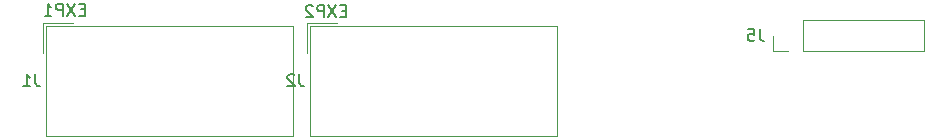
<source format=gbo>
G04 #@! TF.GenerationSoftware,KiCad,Pcbnew,5.0.2-bee76a0~70~ubuntu18.04.1*
G04 #@! TF.CreationDate,2019-01-15T18:48:03-08:00*
G04 #@! TF.ProjectId,Marlin_UIBOX,4d61726c-696e-45f5-9549-424f582e6b69,rev?*
G04 #@! TF.SameCoordinates,PX55c0260PY70276d0*
G04 #@! TF.FileFunction,Legend,Bot*
G04 #@! TF.FilePolarity,Positive*
%FSLAX46Y46*%
G04 Gerber Fmt 4.6, Leading zero omitted, Abs format (unit mm)*
G04 Created by KiCad (PCBNEW 5.0.2-bee76a0~70~ubuntu18.04.1) date Tue 15 Jan 2019 06:48:03 PM PST*
%MOMM*%
%LPD*%
G01*
G04 APERTURE LIST*
%ADD10C,0.120000*%
%ADD11C,0.150000*%
G04 APERTURE END LIST*
D10*
G04 #@! TO.C,J1*
X38592000Y405000D02*
X59452000Y405000D01*
X59452000Y405000D02*
X59452000Y9755000D01*
X59452000Y9755000D02*
X38592000Y9755000D01*
X38592000Y9755000D02*
X38592000Y405000D01*
X38342000Y10005000D02*
X40882000Y10005000D01*
X38342000Y10005000D02*
X38342000Y7465000D01*
G04 #@! TO.C,J2*
X60694000Y10005000D02*
X60694000Y7465000D01*
X60694000Y10005000D02*
X63234000Y10005000D01*
X60944000Y9755000D02*
X60944000Y405000D01*
X81804000Y9755000D02*
X60944000Y9755000D01*
X81804000Y405000D02*
X81804000Y9755000D01*
X60944000Y405000D02*
X81804000Y405000D01*
G04 #@! TO.C,J5*
X102699000Y10223000D02*
X102699000Y7563000D01*
X102699000Y10223000D02*
X112919000Y10223000D01*
X112919000Y10223000D02*
X112919000Y7563000D01*
X102699000Y7563000D02*
X112919000Y7563000D01*
X100099000Y7563000D02*
X101429000Y7563000D01*
X100099000Y8893000D02*
X100099000Y7563000D01*
G04 #@! TO.C,J1*
D11*
X37671333Y5627620D02*
X37671333Y4913334D01*
X37718952Y4770477D01*
X37814190Y4675239D01*
X37957047Y4627620D01*
X38052285Y4627620D01*
X36671333Y4627620D02*
X37242761Y4627620D01*
X36957047Y4627620D02*
X36957047Y5627620D01*
X37052285Y5484762D01*
X37147523Y5389524D01*
X37242761Y5341905D01*
X41847666Y11120429D02*
X41514333Y11120429D01*
X41371476Y10596620D02*
X41847666Y10596620D01*
X41847666Y11596620D01*
X41371476Y11596620D01*
X41038142Y11596620D02*
X40371476Y10596620D01*
X40371476Y11596620D02*
X41038142Y10596620D01*
X39990523Y10596620D02*
X39990523Y11596620D01*
X39609571Y11596620D01*
X39514333Y11549000D01*
X39466714Y11501381D01*
X39419095Y11406143D01*
X39419095Y11263286D01*
X39466714Y11168048D01*
X39514333Y11120429D01*
X39609571Y11072810D01*
X39990523Y11072810D01*
X38466714Y10596620D02*
X39038142Y10596620D01*
X38752428Y10596620D02*
X38752428Y11596620D01*
X38847666Y11453762D01*
X38942904Y11358524D01*
X39038142Y11310905D01*
G04 #@! TO.C,J2*
X60023333Y5627620D02*
X60023333Y4913334D01*
X60070952Y4770477D01*
X60166190Y4675239D01*
X60309047Y4627620D01*
X60404285Y4627620D01*
X59594761Y5532381D02*
X59547142Y5580000D01*
X59451904Y5627620D01*
X59213809Y5627620D01*
X59118571Y5580000D01*
X59070952Y5532381D01*
X59023333Y5437143D01*
X59023333Y5341905D01*
X59070952Y5199048D01*
X59642380Y4627620D01*
X59023333Y4627620D01*
X63959666Y10993429D02*
X63626333Y10993429D01*
X63483476Y10469620D02*
X63959666Y10469620D01*
X63959666Y11469620D01*
X63483476Y11469620D01*
X63150142Y11469620D02*
X62483476Y10469620D01*
X62483476Y11469620D02*
X63150142Y10469620D01*
X62102523Y10469620D02*
X62102523Y11469620D01*
X61721571Y11469620D01*
X61626333Y11422000D01*
X61578714Y11374381D01*
X61531095Y11279143D01*
X61531095Y11136286D01*
X61578714Y11041048D01*
X61626333Y10993429D01*
X61721571Y10945810D01*
X62102523Y10945810D01*
X61150142Y11374381D02*
X61102523Y11422000D01*
X61007285Y11469620D01*
X60769190Y11469620D01*
X60673952Y11422000D01*
X60626333Y11374381D01*
X60578714Y11279143D01*
X60578714Y11183905D01*
X60626333Y11041048D01*
X61197761Y10469620D01*
X60578714Y10469620D01*
G04 #@! TO.C,J5*
X98992333Y9440620D02*
X98992333Y8726334D01*
X99039952Y8583477D01*
X99135190Y8488239D01*
X99278047Y8440620D01*
X99373285Y8440620D01*
X98039952Y9440620D02*
X98516142Y9440620D01*
X98563761Y8964429D01*
X98516142Y9012048D01*
X98420904Y9059667D01*
X98182809Y9059667D01*
X98087571Y9012048D01*
X98039952Y8964429D01*
X97992333Y8869191D01*
X97992333Y8631096D01*
X98039952Y8535858D01*
X98087571Y8488239D01*
X98182809Y8440620D01*
X98420904Y8440620D01*
X98516142Y8488239D01*
X98563761Y8535858D01*
G04 #@! TD*
M02*

</source>
